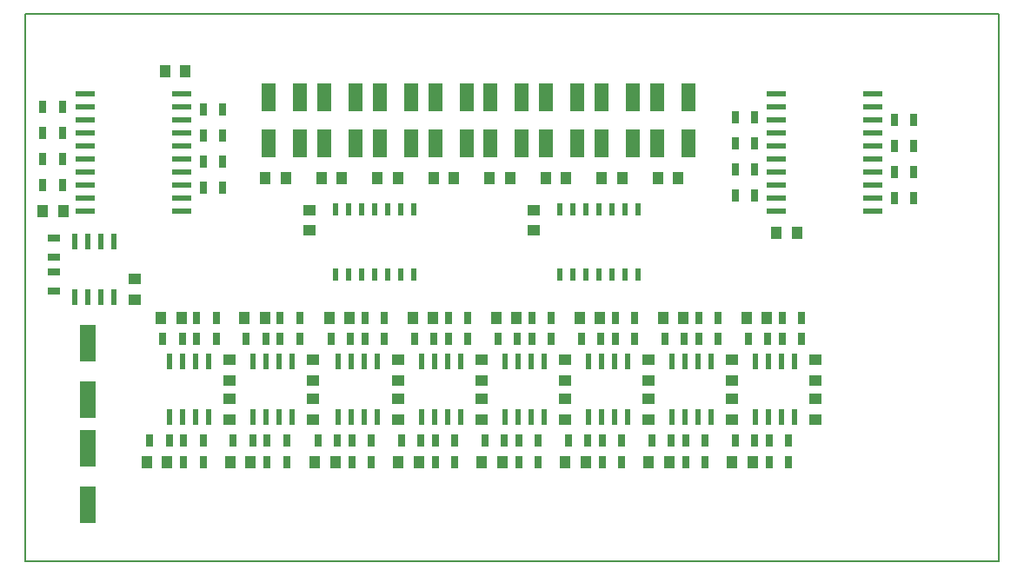
<source format=gbr>
G04 #@! TF.FileFunction,Paste,Top*
%FSLAX46Y46*%
G04 Gerber Fmt 4.6, Leading zero omitted, Abs format (unit mm)*
G04 Created by KiCad (PCBNEW 4.0.5+dfsg1-4) date Sun Mar 19 16:59:55 2017*
%MOMM*%
%LPD*%
G01*
G04 APERTURE LIST*
%ADD10C,0.020000*%
%ADD11C,0.150000*%
%ADD12R,1.600200X3.599180*%
%ADD13R,1.000000X1.250000*%
%ADD14R,1.250000X1.000000*%
%ADD15R,0.700000X1.300000*%
%ADD16R,1.300000X0.700000*%
%ADD17R,1.950000X0.600000*%
%ADD18R,0.508000X1.143000*%
%ADD19R,0.600000X1.550000*%
%ADD20R,1.350000X2.750000*%
G04 APERTURE END LIST*
D10*
D11*
X56261000Y-73660000D02*
X56261000Y-20320000D01*
X151130000Y-73660000D02*
X56261000Y-73660000D01*
X151130000Y-20320000D02*
X151130000Y-73660000D01*
X56261000Y-20320000D02*
X151130000Y-20320000D01*
D12*
X62357000Y-52367180D03*
X62357000Y-57868820D03*
X62357000Y-62654180D03*
X62357000Y-68155820D03*
D13*
X71866000Y-25908000D03*
X69866000Y-25908000D03*
D14*
X76200000Y-59801000D03*
X76200000Y-57801000D03*
D13*
X129429000Y-41656000D03*
X131429000Y-41656000D03*
D14*
X84328000Y-59801000D03*
X84328000Y-57801000D03*
X83947000Y-39386000D03*
X83947000Y-41386000D03*
X92583000Y-59801000D03*
X92583000Y-57801000D03*
X105791000Y-39386000D03*
X105791000Y-41386000D03*
X100711000Y-59801000D03*
X100711000Y-57801000D03*
X108839000Y-59801000D03*
X108839000Y-57801000D03*
X116967000Y-59801000D03*
X116967000Y-57801000D03*
X125095000Y-59801000D03*
X125095000Y-57801000D03*
X133223000Y-59801000D03*
X133223000Y-57801000D03*
D13*
X79645000Y-36322000D03*
X81645000Y-36322000D03*
X85106000Y-36322000D03*
X87106000Y-36322000D03*
X90567000Y-36322000D03*
X92567000Y-36322000D03*
X96028000Y-36322000D03*
X98028000Y-36322000D03*
X101489000Y-36322000D03*
X103489000Y-36322000D03*
X106950000Y-36322000D03*
X108950000Y-36322000D03*
X112411000Y-36322000D03*
X114411000Y-36322000D03*
X117872000Y-36322000D03*
X119872000Y-36322000D03*
X69485000Y-49911000D03*
X71485000Y-49911000D03*
X77613000Y-49911000D03*
X79613000Y-49911000D03*
X85868000Y-49911000D03*
X87868000Y-49911000D03*
X93996000Y-49911000D03*
X95996000Y-49911000D03*
X102124000Y-49911000D03*
X104124000Y-49911000D03*
X110252000Y-49911000D03*
X112252000Y-49911000D03*
X118380000Y-49911000D03*
X120380000Y-49911000D03*
X126508000Y-49911000D03*
X128508000Y-49911000D03*
D14*
X76200000Y-53991000D03*
X76200000Y-55991000D03*
X84328000Y-53991000D03*
X84328000Y-55991000D03*
X92583000Y-53991000D03*
X92583000Y-55991000D03*
X100711000Y-53991000D03*
X100711000Y-55991000D03*
X108839000Y-53991000D03*
X108839000Y-55991000D03*
X116967000Y-53991000D03*
X116967000Y-55991000D03*
X125095000Y-53991000D03*
X125095000Y-55991000D03*
X133223000Y-53991000D03*
X133223000Y-55991000D03*
D13*
X68088000Y-64008000D03*
X70088000Y-64008000D03*
X76216000Y-64008000D03*
X78216000Y-64008000D03*
X84471000Y-64008000D03*
X86471000Y-64008000D03*
X92599000Y-64008000D03*
X94599000Y-64008000D03*
X100727000Y-64008000D03*
X102727000Y-64008000D03*
X108855000Y-64008000D03*
X110855000Y-64008000D03*
X116983000Y-64008000D03*
X118983000Y-64008000D03*
X125111000Y-64008000D03*
X127111000Y-64008000D03*
D15*
X57978000Y-29337000D03*
X59878000Y-29337000D03*
X142809000Y-38227000D03*
X140909000Y-38227000D03*
X57978000Y-31877000D03*
X59878000Y-31877000D03*
X142809000Y-35687000D03*
X140909000Y-35687000D03*
X57978000Y-34417000D03*
X59878000Y-34417000D03*
X142809000Y-33147000D03*
X140909000Y-33147000D03*
X57978000Y-36957000D03*
X59878000Y-36957000D03*
X142809000Y-30607000D03*
X140909000Y-30607000D03*
X73599000Y-37211000D03*
X75499000Y-37211000D03*
X73599000Y-34671000D03*
X75499000Y-34671000D03*
X73599000Y-32131000D03*
X75499000Y-32131000D03*
X73599000Y-29591000D03*
X75499000Y-29591000D03*
X127315000Y-30353000D03*
X125415000Y-30353000D03*
X127315000Y-32893000D03*
X125415000Y-32893000D03*
X127315000Y-35433000D03*
X125415000Y-35433000D03*
X127315000Y-37973000D03*
X125415000Y-37973000D03*
X72964000Y-49911000D03*
X74864000Y-49911000D03*
X71562000Y-51943000D03*
X69662000Y-51943000D03*
X81092000Y-49911000D03*
X82992000Y-49911000D03*
X79690000Y-51943000D03*
X77790000Y-51943000D03*
X89347000Y-49911000D03*
X91247000Y-49911000D03*
X87945000Y-51943000D03*
X86045000Y-51943000D03*
X97475000Y-49911000D03*
X99375000Y-49911000D03*
X96073000Y-51943000D03*
X94173000Y-51943000D03*
X105603000Y-49911000D03*
X107503000Y-49911000D03*
X104201000Y-51943000D03*
X102301000Y-51943000D03*
X113731000Y-49911000D03*
X115631000Y-49911000D03*
X112329000Y-51943000D03*
X110429000Y-51943000D03*
X121859000Y-49911000D03*
X123759000Y-49911000D03*
X120457000Y-51943000D03*
X118557000Y-51943000D03*
X129987000Y-49911000D03*
X131887000Y-49911000D03*
X128585000Y-51943000D03*
X126685000Y-51943000D03*
X74864000Y-51943000D03*
X72964000Y-51943000D03*
X82992000Y-51943000D03*
X81092000Y-51943000D03*
X91247000Y-51943000D03*
X89347000Y-51943000D03*
X99375000Y-51943000D03*
X97475000Y-51943000D03*
X107503000Y-51943000D03*
X105603000Y-51943000D03*
X115631000Y-51943000D03*
X113731000Y-51943000D03*
X123759000Y-51943000D03*
X121859000Y-51943000D03*
X131887000Y-51943000D03*
X129987000Y-51943000D03*
X71694000Y-61849000D03*
X73594000Y-61849000D03*
X70292000Y-61849000D03*
X68392000Y-61849000D03*
X79822000Y-61849000D03*
X81722000Y-61849000D03*
X78420000Y-61849000D03*
X76520000Y-61849000D03*
X88077000Y-61849000D03*
X89977000Y-61849000D03*
X86675000Y-61849000D03*
X84775000Y-61849000D03*
X96205000Y-61849000D03*
X98105000Y-61849000D03*
X94803000Y-61849000D03*
X92903000Y-61849000D03*
X104333000Y-61849000D03*
X106233000Y-61849000D03*
X102931000Y-61849000D03*
X101031000Y-61849000D03*
X112461000Y-61849000D03*
X114361000Y-61849000D03*
X111059000Y-61849000D03*
X109159000Y-61849000D03*
X120589000Y-61849000D03*
X122489000Y-61849000D03*
X119187000Y-61849000D03*
X117287000Y-61849000D03*
X128717000Y-61849000D03*
X130617000Y-61849000D03*
X127315000Y-61849000D03*
X125415000Y-61849000D03*
X73594000Y-64008000D03*
X71694000Y-64008000D03*
X81722000Y-64008000D03*
X79822000Y-64008000D03*
X89977000Y-64008000D03*
X88077000Y-64008000D03*
X98105000Y-64008000D03*
X96205000Y-64008000D03*
X106233000Y-64008000D03*
X104333000Y-64008000D03*
X114361000Y-64008000D03*
X112461000Y-64008000D03*
X122489000Y-64008000D03*
X120589000Y-64008000D03*
X130617000Y-64008000D03*
X128717000Y-64008000D03*
D16*
X59055000Y-45405000D03*
X59055000Y-47305000D03*
X59055000Y-42103000D03*
X59055000Y-44003000D03*
D17*
X62102000Y-28067000D03*
X62102000Y-29337000D03*
X62102000Y-30607000D03*
X62102000Y-31877000D03*
X62102000Y-33147000D03*
X62102000Y-34417000D03*
X62102000Y-35687000D03*
X62102000Y-36957000D03*
X62102000Y-38227000D03*
X62102000Y-39497000D03*
X71502000Y-39497000D03*
X71502000Y-38227000D03*
X71502000Y-36957000D03*
X71502000Y-35687000D03*
X71502000Y-34417000D03*
X71502000Y-33147000D03*
X71502000Y-31877000D03*
X71502000Y-30607000D03*
X71502000Y-29337000D03*
X71502000Y-28067000D03*
X138812000Y-39497000D03*
X138812000Y-38227000D03*
X138812000Y-36957000D03*
X138812000Y-35687000D03*
X138812000Y-34417000D03*
X138812000Y-33147000D03*
X138812000Y-31877000D03*
X138812000Y-30607000D03*
X138812000Y-29337000D03*
X138812000Y-28067000D03*
X129412000Y-28067000D03*
X129412000Y-29337000D03*
X129412000Y-30607000D03*
X129412000Y-31877000D03*
X129412000Y-33147000D03*
X129412000Y-34417000D03*
X129412000Y-35687000D03*
X129412000Y-36957000D03*
X129412000Y-38227000D03*
X129412000Y-39497000D03*
D18*
X86487000Y-45720000D03*
X87757000Y-45720000D03*
X89027000Y-45720000D03*
X90297000Y-45720000D03*
X91567000Y-45720000D03*
X92837000Y-45720000D03*
X94107000Y-45720000D03*
X94107000Y-39370000D03*
X92837000Y-39370000D03*
X90297000Y-39370000D03*
X89027000Y-39370000D03*
X87757000Y-39370000D03*
X86487000Y-39370000D03*
X91567000Y-39370000D03*
X108331000Y-45720000D03*
X109601000Y-45720000D03*
X110871000Y-45720000D03*
X112141000Y-45720000D03*
X113411000Y-45720000D03*
X114681000Y-45720000D03*
X115951000Y-45720000D03*
X115951000Y-39370000D03*
X114681000Y-39370000D03*
X112141000Y-39370000D03*
X110871000Y-39370000D03*
X109601000Y-39370000D03*
X108331000Y-39370000D03*
X113411000Y-39370000D03*
D19*
X74168000Y-54196000D03*
X72898000Y-54196000D03*
X71628000Y-54196000D03*
X70358000Y-54196000D03*
X70358000Y-59596000D03*
X71628000Y-59596000D03*
X72898000Y-59596000D03*
X74168000Y-59596000D03*
X82296000Y-54196000D03*
X81026000Y-54196000D03*
X79756000Y-54196000D03*
X78486000Y-54196000D03*
X78486000Y-59596000D03*
X79756000Y-59596000D03*
X81026000Y-59596000D03*
X82296000Y-59596000D03*
X90551000Y-54196000D03*
X89281000Y-54196000D03*
X88011000Y-54196000D03*
X86741000Y-54196000D03*
X86741000Y-59596000D03*
X88011000Y-59596000D03*
X89281000Y-59596000D03*
X90551000Y-59596000D03*
X98679000Y-54196000D03*
X97409000Y-54196000D03*
X96139000Y-54196000D03*
X94869000Y-54196000D03*
X94869000Y-59596000D03*
X96139000Y-59596000D03*
X97409000Y-59596000D03*
X98679000Y-59596000D03*
X106807000Y-54196000D03*
X105537000Y-54196000D03*
X104267000Y-54196000D03*
X102997000Y-54196000D03*
X102997000Y-59596000D03*
X104267000Y-59596000D03*
X105537000Y-59596000D03*
X106807000Y-59596000D03*
X114935000Y-54196000D03*
X113665000Y-54196000D03*
X112395000Y-54196000D03*
X111125000Y-54196000D03*
X111125000Y-59596000D03*
X112395000Y-59596000D03*
X113665000Y-59596000D03*
X114935000Y-59596000D03*
X123063000Y-54196000D03*
X121793000Y-54196000D03*
X120523000Y-54196000D03*
X119253000Y-54196000D03*
X119253000Y-59596000D03*
X120523000Y-59596000D03*
X121793000Y-59596000D03*
X123063000Y-59596000D03*
X131191000Y-54196000D03*
X129921000Y-54196000D03*
X128651000Y-54196000D03*
X127381000Y-54196000D03*
X127381000Y-59596000D03*
X128651000Y-59596000D03*
X129921000Y-59596000D03*
X131191000Y-59596000D03*
X64897000Y-42512000D03*
X63627000Y-42512000D03*
X62357000Y-42512000D03*
X61087000Y-42512000D03*
X61087000Y-47912000D03*
X62357000Y-47912000D03*
X63627000Y-47912000D03*
X64897000Y-47912000D03*
D20*
X79994000Y-32947000D03*
X83044000Y-32947000D03*
X83044000Y-28447000D03*
X79994000Y-28447000D03*
X85394000Y-32947000D03*
X88444000Y-32947000D03*
X88444000Y-28447000D03*
X85394000Y-28447000D03*
X90794000Y-32947000D03*
X93844000Y-32947000D03*
X93844000Y-28447000D03*
X90794000Y-28447000D03*
X96194000Y-32947000D03*
X99244000Y-32947000D03*
X99244000Y-28447000D03*
X96194000Y-28447000D03*
X101594000Y-32947000D03*
X104644000Y-32947000D03*
X104644000Y-28447000D03*
X101594000Y-28447000D03*
X106994000Y-32947000D03*
X110044000Y-32947000D03*
X110044000Y-28447000D03*
X106994000Y-28447000D03*
X112394000Y-32947000D03*
X115444000Y-32947000D03*
X115444000Y-28447000D03*
X112394000Y-28447000D03*
X117794000Y-32947000D03*
X120844000Y-32947000D03*
X120844000Y-28447000D03*
X117794000Y-28447000D03*
D14*
X66929000Y-48117000D03*
X66929000Y-46117000D03*
D13*
X60000000Y-39500000D03*
X58000000Y-39500000D03*
M02*

</source>
